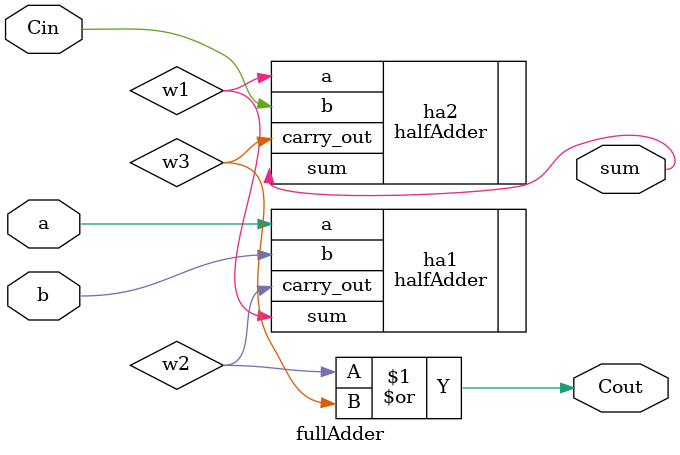
<source format=v>
`timescale 1ns / 1ps


module fullAdder(
    input wire a, b, Cin,
    output sum, Cout
    );
    wire w1, w2, w3;
    halfAdder ha1 (.a(a), .b(b), .sum(w1), .carry_out(w2));
    halfAdder ha2 (.a(w1), .b(Cin), .sum(sum), .carry_out(w3));
    
    assign Cout = w2 | w3;
    
endmodule

</source>
